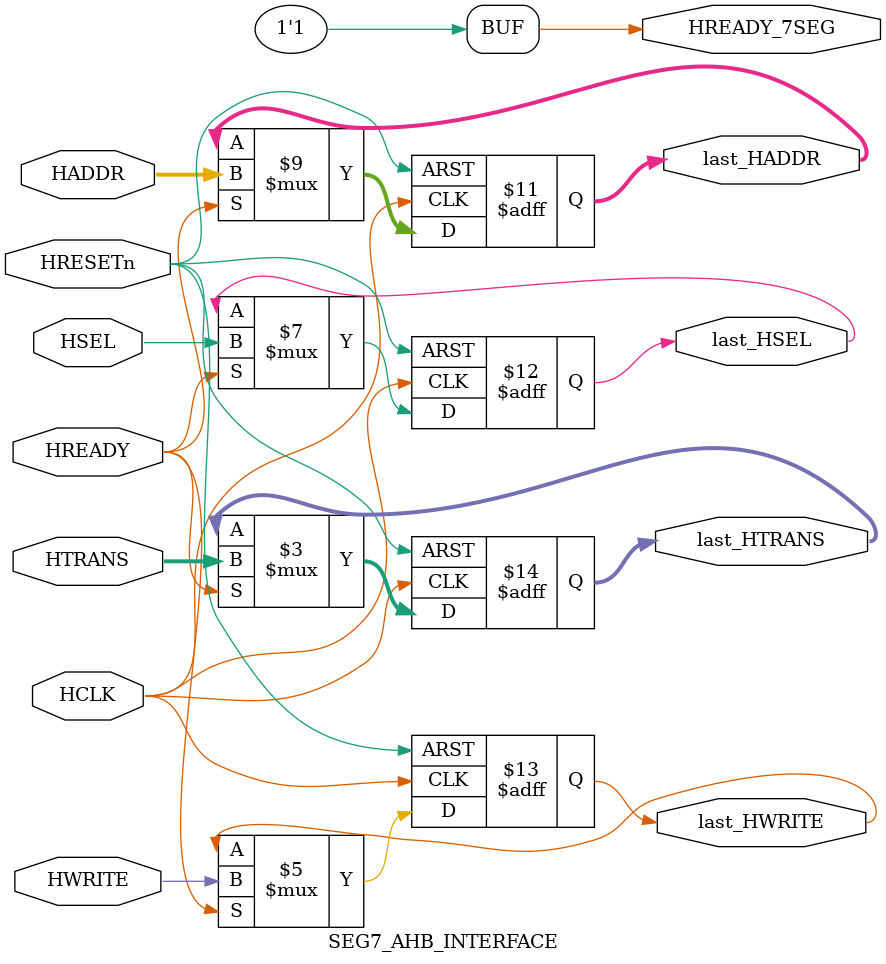
<source format=v>

module SEG7_AHB_INTERFACE (
  input wire              HCLK,
  input wire              HRESETn,
  input wire [31:0]       HADDR, 
  input wire              HSEL,
  input wire              HWRITE,
  input wire [1:0]        HTRANS,
  input wire              HREADY,
	
  output reg [31:0]       last_HADDR,
  output reg              last_HSEL,
  output reg              last_HWRITE,
  output reg [1:0]        last_HTRANS,
  output wire             HREADY_7SEG
	
);
  assign HREADY_7SEG = 1'b1;		//Always ready
    
  //@1clk delay

  always @(posedge HCLK or negedge HRESETn)
  begin
    if(!HRESETn) 
	  begin
	  last_HADDR <= 32'h0000_0000;
	  last_HSEL <= 1'b0;
      last_HWRITE <= 1'b0;
      last_HTRANS <= 2'b00;
   end
   else if(HREADY) begin
      
	  last_HADDR <= HADDR;
	  last_HSEL <= HSEL;
	  last_HWRITE <= HWRITE;
      last_HTRANS <= HTRANS;
   end
  end

endmodule



</source>
